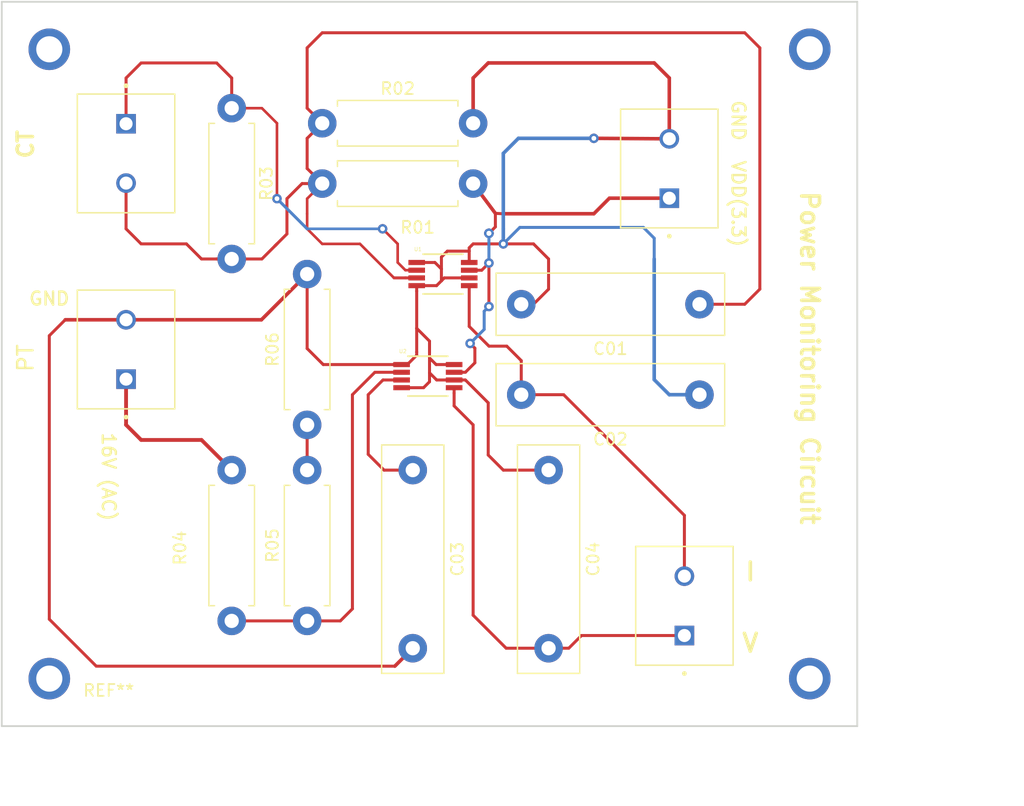
<source format=kicad_pcb>
(kicad_pcb (version 20171130) (host pcbnew "(5.0.1)-4")

  (general
    (thickness 1.6)
    (drawings 13)
    (tracks 189)
    (zones 0)
    (modules 20)
    (nets 11)
  )

  (page A4)
  (layers
    (0 F.Cu signal)
    (31 B.Cu signal)
    (32 B.Adhes user)
    (33 F.Adhes user)
    (34 B.Paste user)
    (35 F.Paste user)
    (36 B.SilkS user)
    (37 F.SilkS user)
    (38 B.Mask user)
    (39 F.Mask user)
    (40 Dwgs.User user)
    (41 Cmts.User user)
    (42 Eco1.User user)
    (43 Eco2.User user)
    (44 Edge.Cuts user)
    (45 Margin user)
    (46 B.CrtYd user)
    (47 F.CrtYd user)
    (48 B.Fab user)
    (49 F.Fab user)
  )

  (setup
    (last_trace_width 0.25)
    (trace_clearance 0.2)
    (zone_clearance 0.508)
    (zone_45_only no)
    (trace_min 0.2)
    (segment_width 0.2)
    (edge_width 0.15)
    (via_size 0.8)
    (via_drill 0.4)
    (via_min_size 0.3)
    (via_min_drill 0.3)
    (uvia_size 0.3)
    (uvia_drill 0.1)
    (uvias_allowed no)
    (uvia_min_size 0.2)
    (uvia_min_drill 0.1)
    (pcb_text_width 0.3)
    (pcb_text_size 1.5 1.5)
    (mod_edge_width 0.15)
    (mod_text_size 1 1)
    (mod_text_width 0.15)
    (pad_size 1.524 1.524)
    (pad_drill 0.762)
    (pad_to_mask_clearance 0.051)
    (solder_mask_min_width 0.25)
    (aux_axis_origin 0 0)
    (visible_elements 7FFFFFFF)
    (pcbplotparams
      (layerselection 0x010fc_ffffffff)
      (usegerberextensions false)
      (usegerberattributes false)
      (usegerberadvancedattributes false)
      (creategerberjobfile false)
      (excludeedgelayer true)
      (linewidth 0.100000)
      (plotframeref false)
      (viasonmask false)
      (mode 1)
      (useauxorigin false)
      (hpglpennumber 1)
      (hpglpenspeed 20)
      (hpglpendiameter 15.000000)
      (psnegative false)
      (psa4output false)
      (plotreference true)
      (plotvalue true)
      (plotinvisibletext false)
      (padsonsilk false)
      (subtractmaskfromsilk false)
      (outputformat 1)
      (mirror false)
      (drillshape 0)
      (scaleselection 1)
      (outputdirectory ""))
  )

  (net 0 "")
  (net 1 "Net-(C01-Pad2)")
  (net 2 "Net-(C01-Pad1)")
  (net 3 "Net-(C02-Pad2)")
  (net 4 "Net-(C03-Pad1)")
  (net 5 "Net-(C04-Pad2)")
  (net 6 "Net-(J1-Pad1)")
  (net 7 "Net-(J2-Pad1)")
  (net 8 "Net-(J3-Pad1)")
  (net 9 "Net-(R04-Pad2)")
  (net 10 "Net-(R05-Pad2)")

  (net_class Default "This is the default net class."
    (clearance 0.2)
    (trace_width 0.25)
    (via_dia 0.8)
    (via_drill 0.4)
    (uvia_dia 0.3)
    (uvia_drill 0.1)
    (add_net "Net-(C01-Pad1)")
    (add_net "Net-(C01-Pad2)")
    (add_net "Net-(C02-Pad2)")
    (add_net "Net-(C03-Pad1)")
    (add_net "Net-(C04-Pad2)")
    (add_net "Net-(J1-Pad1)")
    (add_net "Net-(J2-Pad1)")
    (add_net "Net-(J3-Pad1)")
    (add_net "Net-(R04-Pad2)")
    (add_net "Net-(R05-Pad2)")
  )

  (module LTC1966CMS8PBF:MSOP-8_MS (layer F.Cu) (tedit 5C7AD2D6) (tstamp 5C885400)
    (at 151.13 74.93)
    (path /5C6F3CA0)
    (attr smd)
    (fp_text reference U1 (at -2.1083 -2.0909) (layer F.SilkS)
      (effects (font (size 0.314961 0.314961) (thickness 0.05)))
    )
    (fp_text value LTC1966CMS8PBF (at -1.9083 2.0909) (layer F.SilkS) hide
      (effects (font (size 0.314961 0.314961) (thickness 0.05)))
    )
    (fp_line (start -1.5494 -0.7874) (end -1.5494 -1.1684) (layer Eco2.User) (width 0.1524))
    (fp_line (start -1.5494 -1.1684) (end -2.54 -1.1684) (layer Eco2.User) (width 0.1524))
    (fp_line (start -2.54 -1.1684) (end -2.54 -0.7874) (layer Eco2.User) (width 0.1524))
    (fp_line (start -2.54 -0.7874) (end -1.5494 -0.7874) (layer Eco2.User) (width 0.1524))
    (fp_line (start -1.5494 -0.127) (end -1.5494 -0.508) (layer Eco2.User) (width 0.1524))
    (fp_line (start -1.5494 -0.508) (end -2.54 -0.508) (layer Eco2.User) (width 0.1524))
    (fp_line (start -2.54 -0.508) (end -2.54 -0.127) (layer Eco2.User) (width 0.1524))
    (fp_line (start -2.54 -0.127) (end -1.5494 -0.127) (layer Eco2.User) (width 0.1524))
    (fp_line (start -1.5494 0.508) (end -1.5494 0.127) (layer Eco2.User) (width 0.1524))
    (fp_line (start -1.5494 0.127) (end -2.54 0.127) (layer Eco2.User) (width 0.1524))
    (fp_line (start -2.54 0.127) (end -2.54 0.508) (layer Eco2.User) (width 0.1524))
    (fp_line (start -2.54 0.508) (end -1.5494 0.508) (layer Eco2.User) (width 0.1524))
    (fp_line (start -1.5494 1.1684) (end -1.5494 0.7874) (layer Eco2.User) (width 0.1524))
    (fp_line (start -1.5494 0.7874) (end -2.54 0.7874) (layer Eco2.User) (width 0.1524))
    (fp_line (start -2.54 0.7874) (end -2.54 1.1684) (layer Eco2.User) (width 0.1524))
    (fp_line (start -2.54 1.1684) (end -1.5494 1.1684) (layer Eco2.User) (width 0.1524))
    (fp_line (start 1.5494 0.7874) (end 1.5494 1.1684) (layer Eco2.User) (width 0.1524))
    (fp_line (start 1.5494 1.1684) (end 2.54 1.1684) (layer Eco2.User) (width 0.1524))
    (fp_line (start 2.54 1.1684) (end 2.54 0.7874) (layer Eco2.User) (width 0.1524))
    (fp_line (start 2.54 0.7874) (end 1.5494 0.7874) (layer Eco2.User) (width 0.1524))
    (fp_line (start 1.5494 0.127) (end 1.5494 0.508) (layer Eco2.User) (width 0.1524))
    (fp_line (start 1.5494 0.508) (end 2.54 0.508) (layer Eco2.User) (width 0.1524))
    (fp_line (start 2.54 0.508) (end 2.54 0.127) (layer Eco2.User) (width 0.1524))
    (fp_line (start 2.54 0.127) (end 1.5494 0.127) (layer Eco2.User) (width 0.1524))
    (fp_line (start 1.5494 -0.508) (end 1.5494 -0.127) (layer Eco2.User) (width 0.1524))
    (fp_line (start 1.5494 -0.127) (end 2.54 -0.127) (layer Eco2.User) (width 0.1524))
    (fp_line (start 2.54 -0.127) (end 2.54 -0.508) (layer Eco2.User) (width 0.1524))
    (fp_line (start 2.54 -0.508) (end 1.5494 -0.508) (layer Eco2.User) (width 0.1524))
    (fp_line (start 1.5494 -1.1684) (end 1.5494 -0.7874) (layer Eco2.User) (width 0.1524))
    (fp_line (start 1.5494 -0.7874) (end 2.54 -0.7874) (layer Eco2.User) (width 0.1524))
    (fp_line (start 2.54 -0.7874) (end 2.54 -1.1684) (layer Eco2.User) (width 0.1524))
    (fp_line (start 2.54 -1.1684) (end 1.5494 -1.1684) (layer Eco2.User) (width 0.1524))
    (fp_line (start -1.5494 1.5494) (end 1.5494 1.5494) (layer Eco2.User) (width 0.1524))
    (fp_line (start 1.5494 1.5494) (end 1.5494 -1.5494) (layer Eco2.User) (width 0.1524))
    (fp_line (start 1.5494 -1.5494) (end 0.3048 -1.5494) (layer Eco2.User) (width 0.1524))
    (fp_line (start 0.3048 -1.5494) (end -0.3048 -1.5494) (layer Eco2.User) (width 0.1524))
    (fp_line (start -0.3048 -1.5494) (end -1.5494 -1.5494) (layer Eco2.User) (width 0.1524))
    (fp_line (start -1.5494 -1.5494) (end -1.5494 1.5494) (layer Eco2.User) (width 0.1524))
    (fp_arc (start 0 -1.5494) (end -0.3048 -1.5494) (angle -180) (layer Eco2.User) (width 0.1524))
    (fp_line (start -1.6764 1.6764) (end 1.6764 1.6764) (layer F.SilkS) (width 0.1524))
    (fp_line (start 1.6764 -1.6764) (end -1.6764 -1.6764) (layer F.SilkS) (width 0.1524))
    (pad 1 smd rect (at -2.2098 -0.975) (size 1.397 0.4318) (layers F.Cu F.Paste F.Mask)
      (net 1 "Net-(C01-Pad2)"))
    (pad 2 smd rect (at -2.2098 -0.325) (size 1.397 0.4318) (layers F.Cu F.Paste F.Mask)
      (net 6 "Net-(J1-Pad1)"))
    (pad 3 smd rect (at -2.2098 0.325) (size 1.397 0.4318) (layers F.Cu F.Paste F.Mask)
      (net 2 "Net-(C01-Pad1)"))
    (pad 4 smd rect (at -2.2098 0.975) (size 1.397 0.4318) (layers F.Cu F.Paste F.Mask)
      (net 1 "Net-(C01-Pad2)"))
    (pad 5 smd rect (at 2.2098 0.975) (size 1.397 0.4318) (layers F.Cu F.Paste F.Mask)
      (net 3 "Net-(C02-Pad2)"))
    (pad 6 smd rect (at 2.2098 0.325) (size 1.397 0.4318) (layers F.Cu F.Paste F.Mask)
      (net 1 "Net-(C01-Pad2)"))
    (pad 7 smd rect (at 2.2098 -0.325) (size 1.397 0.4318) (layers F.Cu F.Paste F.Mask)
      (net 8 "Net-(J3-Pad1)"))
    (pad 8 smd rect (at 2.2098 -0.975) (size 1.397 0.4318) (layers F.Cu F.Paste F.Mask)
      (net 1 "Net-(C01-Pad2)"))
  )

  (module Capacitor_THT:C_Rect_L19.0mm_W5.0mm_P15.00mm_MKS4 (layer F.Cu) (tedit 5AE50EF0) (tstamp 5C8852CB)
    (at 172.72 85.09 180)
    (descr "C, Rect series, Radial, pin pitch=15.00mm, , length*width=19*5mm^2, Capacitor, http://www.wima.com/EN/WIMA_MKS_4.pdf")
    (tags "C Rect series Radial pin pitch 15.00mm  length 19mm width 5mm Capacitor")
    (path /5C6FA5FA)
    (fp_text reference C02 (at 7.5 -3.75 180) (layer F.SilkS)
      (effects (font (size 1 1) (thickness 0.15)))
    )
    (fp_text value 1uF (at 1.72 -3.91 180) (layer F.Fab)
      (effects (font (size 1 1) (thickness 0.15)))
    )
    (fp_line (start -2 -2.5) (end -2 2.5) (layer F.Fab) (width 0.1))
    (fp_line (start -2 2.5) (end 17 2.5) (layer F.Fab) (width 0.1))
    (fp_line (start 17 2.5) (end 17 -2.5) (layer F.Fab) (width 0.1))
    (fp_line (start 17 -2.5) (end -2 -2.5) (layer F.Fab) (width 0.1))
    (fp_line (start -2.12 -2.62) (end 17.12 -2.62) (layer F.SilkS) (width 0.12))
    (fp_line (start -2.12 2.62) (end 17.12 2.62) (layer F.SilkS) (width 0.12))
    (fp_line (start -2.12 -2.62) (end -2.12 2.62) (layer F.SilkS) (width 0.12))
    (fp_line (start 17.12 -2.62) (end 17.12 2.62) (layer F.SilkS) (width 0.12))
    (fp_line (start -2.25 -2.75) (end -2.25 2.75) (layer F.CrtYd) (width 0.05))
    (fp_line (start -2.25 2.75) (end 17.25 2.75) (layer F.CrtYd) (width 0.05))
    (fp_line (start 17.25 2.75) (end 17.25 -2.75) (layer F.CrtYd) (width 0.05))
    (fp_line (start 17.25 -2.75) (end -2.25 -2.75) (layer F.CrtYd) (width 0.05))
    (fp_text user %R (at 6.35 0 180) (layer F.Fab)
      (effects (font (size 1 1) (thickness 0.15)))
    )
    (pad 1 thru_hole circle (at 0 0 180) (size 2.4 2.4) (drill 1.2) (layers *.Cu *.Mask)
      (net 1 "Net-(C01-Pad2)"))
    (pad 2 thru_hole circle (at 15 0 180) (size 2.4 2.4) (drill 1.2) (layers *.Cu *.Mask)
      (net 3 "Net-(C02-Pad2)"))
    (model ${KISYS3DMOD}/Capacitor_THT.3dshapes/C_Rect_L19.0mm_W5.0mm_P15.00mm_MKS4.wrl
      (at (xyz 0 0 0))
      (scale (xyz 1 1 1))
      (rotate (xyz 0 0 0))
    )
  )

  (module Capacitor_THT:C_Rect_L19.0mm_W5.0mm_P15.00mm_MKS4 (layer F.Cu) (tedit 5AE50EF0) (tstamp 5C8852B8)
    (at 172.72 77.47 180)
    (descr "C, Rect series, Radial, pin pitch=15.00mm, , length*width=19*5mm^2, Capacitor, http://www.wima.com/EN/WIMA_MKS_4.pdf")
    (tags "C Rect series Radial pin pitch 15.00mm  length 19mm width 5mm Capacitor")
    (path /5C6FE588)
    (fp_text reference C01 (at 7.5 -3.75 180) (layer F.SilkS)
      (effects (font (size 1 1) (thickness 0.15)))
    )
    (fp_text value 0.1uF (at 7.5 3.75 180) (layer F.Fab)
      (effects (font (size 1 1) (thickness 0.15)))
    )
    (fp_text user %R (at 7.5 0 90) (layer F.Fab)
      (effects (font (size 1 1) (thickness 0.15)))
    )
    (fp_line (start 17.25 -2.75) (end -2.25 -2.75) (layer F.CrtYd) (width 0.05))
    (fp_line (start 17.25 2.75) (end 17.25 -2.75) (layer F.CrtYd) (width 0.05))
    (fp_line (start -2.25 2.75) (end 17.25 2.75) (layer F.CrtYd) (width 0.05))
    (fp_line (start -2.25 -2.75) (end -2.25 2.75) (layer F.CrtYd) (width 0.05))
    (fp_line (start 17.12 -2.62) (end 17.12 2.62) (layer F.SilkS) (width 0.12))
    (fp_line (start -2.12 -2.62) (end -2.12 2.62) (layer F.SilkS) (width 0.12))
    (fp_line (start -2.12 2.62) (end 17.12 2.62) (layer F.SilkS) (width 0.12))
    (fp_line (start -2.12 -2.62) (end 17.12 -2.62) (layer F.SilkS) (width 0.12))
    (fp_line (start 17 -2.5) (end -2 -2.5) (layer F.Fab) (width 0.1))
    (fp_line (start 17 2.5) (end 17 -2.5) (layer F.Fab) (width 0.1))
    (fp_line (start -2 2.5) (end 17 2.5) (layer F.Fab) (width 0.1))
    (fp_line (start -2 -2.5) (end -2 2.5) (layer F.Fab) (width 0.1))
    (pad 2 thru_hole circle (at 15 0 180) (size 2.4 2.4) (drill 1.2) (layers *.Cu *.Mask)
      (net 1 "Net-(C01-Pad2)"))
    (pad 1 thru_hole circle (at 0 0 180) (size 2.4 2.4) (drill 1.2) (layers *.Cu *.Mask)
      (net 2 "Net-(C01-Pad1)"))
    (model ${KISYS3DMOD}/Capacitor_THT.3dshapes/C_Rect_L19.0mm_W5.0mm_P15.00mm_MKS4.wrl
      (at (xyz 0 0 0))
      (scale (xyz 1 1 1))
      (rotate (xyz 0 0 0))
    )
  )

  (module Capacitor_THT:C_Rect_L19.0mm_W5.0mm_P15.00mm_MKS4 (layer F.Cu) (tedit 5C7AD721) (tstamp 5C8852DE)
    (at 148.59 91.44 270)
    (descr "C, Rect series, Radial, pin pitch=15.00mm, , length*width=19*5mm^2, Capacitor, http://www.wima.com/EN/WIMA_MKS_4.pdf")
    (tags "C Rect series Radial pin pitch 15.00mm  length 19mm width 5mm Capacitor")
    (path /5C713C26)
    (fp_text reference C03 (at 7.5 -3.75 270) (layer F.SilkS)
      (effects (font (size 1 1) (thickness 0.15)))
    )
    (fp_text value 0.1uF (at 7.5 3.75 270) (layer F.Fab)
      (effects (font (size 1 1) (thickness 0.15)))
    )
    (fp_line (start -2 -2.5) (end -2 2.5) (layer F.Fab) (width 0.1))
    (fp_line (start -2 2.5) (end 17 2.5) (layer F.Fab) (width 0.1))
    (fp_line (start 17 2.5) (end 17 -2.5) (layer F.Fab) (width 0.1))
    (fp_line (start 17 -2.5) (end -2 -2.5) (layer F.Fab) (width 0.1))
    (fp_line (start -2.12 -2.62) (end 17.12 -2.62) (layer F.SilkS) (width 0.12))
    (fp_line (start -2.12 2.62) (end 17.12 2.62) (layer F.SilkS) (width 0.12))
    (fp_line (start -2.12 -2.62) (end -2.12 2.62) (layer F.SilkS) (width 0.12))
    (fp_line (start 17.12 -2.62) (end 17.12 2.62) (layer F.SilkS) (width 0.12))
    (fp_line (start -2.25 -2.75) (end -2.25 2.75) (layer F.CrtYd) (width 0.05))
    (fp_line (start -2.25 2.75) (end 17.25 2.75) (layer F.CrtYd) (width 0.05))
    (fp_line (start 17.25 2.75) (end 17.25 -2.75) (layer F.CrtYd) (width 0.05))
    (fp_line (start 17.25 -2.75) (end -2.25 -2.75) (layer F.CrtYd) (width 0.05))
    (fp_text user %R (at 5.08 0 270) (layer F.Fab) hide
      (effects (font (size 1 1) (thickness 0.15)))
    )
    (pad 1 thru_hole circle (at 0 0 270) (size 2.4 2.4) (drill 1.2) (layers *.Cu *.Mask)
      (net 4 "Net-(C03-Pad1)"))
    (pad 2 thru_hole circle (at 15 0 270) (size 2.4 2.4) (drill 1.2) (layers *.Cu *.Mask)
      (net 1 "Net-(C01-Pad2)"))
    (model ${KISYS3DMOD}/Capacitor_THT.3dshapes/C_Rect_L19.0mm_W5.0mm_P15.00mm_MKS4.wrl
      (at (xyz 0 0 0))
      (scale (xyz 1 1 1))
      (rotate (xyz 0 0 0))
    )
  )

  (module Capacitor_THT:C_Rect_L19.0mm_W5.0mm_P15.00mm_MKS4 (layer F.Cu) (tedit 5C7AD71C) (tstamp 5C8852F1)
    (at 160.02 91.44 270)
    (descr "C, Rect series, Radial, pin pitch=15.00mm, , length*width=19*5mm^2, Capacitor, http://www.wima.com/EN/WIMA_MKS_4.pdf")
    (tags "C Rect series Radial pin pitch 15.00mm  length 19mm width 5mm Capacitor")
    (path /5C72D03D)
    (fp_text reference C04 (at 7.5 -3.75 270) (layer F.SilkS)
      (effects (font (size 1 1) (thickness 0.15)))
    )
    (fp_text value 1uF (at 7.5 3.75 270) (layer F.Fab)
      (effects (font (size 1 1) (thickness 0.15)))
    )
    (fp_text user %R (at 6.35 0 270) (layer F.Fab) hide
      (effects (font (size 1 1) (thickness 0.15)))
    )
    (fp_line (start 17.25 -2.75) (end -2.25 -2.75) (layer F.CrtYd) (width 0.05))
    (fp_line (start 17.25 2.75) (end 17.25 -2.75) (layer F.CrtYd) (width 0.05))
    (fp_line (start -2.25 2.75) (end 17.25 2.75) (layer F.CrtYd) (width 0.05))
    (fp_line (start -2.25 -2.75) (end -2.25 2.75) (layer F.CrtYd) (width 0.05))
    (fp_line (start 17.12 -2.62) (end 17.12 2.62) (layer F.SilkS) (width 0.12))
    (fp_line (start -2.12 -2.62) (end -2.12 2.62) (layer F.SilkS) (width 0.12))
    (fp_line (start -2.12 2.62) (end 17.12 2.62) (layer F.SilkS) (width 0.12))
    (fp_line (start -2.12 -2.62) (end 17.12 -2.62) (layer F.SilkS) (width 0.12))
    (fp_line (start 17 -2.5) (end -2 -2.5) (layer F.Fab) (width 0.1))
    (fp_line (start 17 2.5) (end 17 -2.5) (layer F.Fab) (width 0.1))
    (fp_line (start -2 2.5) (end 17 2.5) (layer F.Fab) (width 0.1))
    (fp_line (start -2 -2.5) (end -2 2.5) (layer F.Fab) (width 0.1))
    (pad 2 thru_hole circle (at 15 0 270) (size 2.4 2.4) (drill 1.2) (layers *.Cu *.Mask)
      (net 5 "Net-(C04-Pad2)"))
    (pad 1 thru_hole circle (at 0 0 270) (size 2.4 2.4) (drill 1.2) (layers *.Cu *.Mask)
      (net 1 "Net-(C01-Pad2)"))
    (model ${KISYS3DMOD}/Capacitor_THT.3dshapes/C_Rect_L19.0mm_W5.0mm_P15.00mm_MKS4.wrl
      (at (xyz 0 0 0))
      (scale (xyz 1 1 1))
      (rotate (xyz 0 0 0))
    )
  )

  (module 282836-2:CONN_282836-2 (layer F.Cu) (tedit 5C7B0828) (tstamp 5C885305)
    (at 124.46 64.77 270)
    (path /5C6F5687)
    (fp_text reference CT (at -0.77 8.46 270) (layer F.SilkS)
      (effects (font (size 1.3 1.3) (thickness 0.3)))
    )
    (fp_text value 282836-2 (at -2.77 -5.54 270) (layer F.SilkS) hide
      (effects (font (size 1.00019 1.00019) (thickness 0.05)))
    )
    (fp_circle (center -2.5 0) (end -2.4 0) (layer Eco2.User) (width 0.2))
    (fp_circle (center -5.7 0) (end -5.6 0) (layer F.SilkS) (width 0.2))
    (fp_line (start -5.25 4.35) (end -5.25 -4.35) (layer Eco1.User) (width 0.05))
    (fp_line (start 5.25 4.35) (end -5.25 4.35) (layer Eco1.User) (width 0.05))
    (fp_line (start 5.25 -4.35) (end 5.25 4.35) (layer Eco1.User) (width 0.05))
    (fp_line (start -5.25 -4.35) (end 5.25 -4.35) (layer Eco1.User) (width 0.05))
    (fp_line (start 5 -4.1) (end -5 -4.1) (layer Eco2.User) (width 0.127))
    (fp_line (start 5 4.1) (end 5 -4.1) (layer Eco2.User) (width 0.127))
    (fp_line (start -5 4.1) (end 5 4.1) (layer Eco2.User) (width 0.127))
    (fp_line (start -5 -4.1) (end -5 4.1) (layer Eco2.User) (width 0.127))
    (fp_line (start 5 -4.1) (end -5 -4.1) (layer F.SilkS) (width 0.127))
    (fp_line (start 5 4.1) (end 5 -4.1) (layer F.SilkS) (width 0.127))
    (fp_line (start -5 4.1) (end 5 4.1) (layer F.SilkS) (width 0.127))
    (fp_line (start -5 -4.1) (end -5 4.1) (layer F.SilkS) (width 0.127))
    (pad 2 thru_hole circle (at 2.5 0 270) (size 1.65 1.65) (drill 1.1) (layers *.Cu *.Mask)
      (net 2 "Net-(C01-Pad1)"))
    (pad 1 thru_hole rect (at -2.5 0 270) (size 1.65 1.65) (drill 1.1) (layers *.Cu *.Mask)
      (net 6 "Net-(J1-Pad1)"))
  )

  (module 282836-2:CONN_282836-2 (layer F.Cu) (tedit 5C7B080B) (tstamp 5C885319)
    (at 124.46 81.28 90)
    (path /5C6F5750)
    (fp_text reference PT (at -0.72 -8.46 90) (layer F.SilkS)
      (effects (font (size 1.3 1.3) (thickness 0.2)))
    )
    (fp_text value 282836-2 (at -2.07539 5.36601 90) (layer F.SilkS) hide
      (effects (font (size 1.00019 1.00019) (thickness 0.05)))
    )
    (fp_line (start -5 -4.1) (end -5 4.1) (layer F.SilkS) (width 0.127))
    (fp_line (start -5 4.1) (end 5 4.1) (layer F.SilkS) (width 0.127))
    (fp_line (start 5 4.1) (end 5 -4.1) (layer F.SilkS) (width 0.127))
    (fp_line (start 5 -4.1) (end -5 -4.1) (layer F.SilkS) (width 0.127))
    (fp_line (start -5 -4.1) (end -5 4.1) (layer Eco2.User) (width 0.127))
    (fp_line (start -5 4.1) (end 5 4.1) (layer Eco2.User) (width 0.127))
    (fp_line (start 5 4.1) (end 5 -4.1) (layer Eco2.User) (width 0.127))
    (fp_line (start 5 -4.1) (end -5 -4.1) (layer Eco2.User) (width 0.127))
    (fp_line (start -5.25 -4.35) (end 5.25 -4.35) (layer Eco1.User) (width 0.05))
    (fp_line (start 5.25 -4.35) (end 5.25 4.35) (layer Eco1.User) (width 0.05))
    (fp_line (start 5.25 4.35) (end -5.25 4.35) (layer Eco1.User) (width 0.05))
    (fp_line (start -5.25 4.35) (end -5.25 -4.35) (layer Eco1.User) (width 0.05))
    (fp_circle (center -5.7 0) (end -5.6 0) (layer F.SilkS) (width 0.2))
    (fp_circle (center -2.5 0) (end -2.4 0) (layer Eco2.User) (width 0.2))
    (pad 1 thru_hole rect (at -2.5 0 90) (size 1.65 1.65) (drill 1.1) (layers *.Cu *.Mask)
      (net 7 "Net-(J2-Pad1)"))
    (pad 2 thru_hole circle (at 2.5 0 90) (size 1.65 1.65) (drill 1.1) (layers *.Cu *.Mask)
      (net 1 "Net-(C01-Pad2)"))
  )

  (module 282836-2:CONN_282836-2 (layer F.Cu) (tedit 5C7AD415) (tstamp 5C88532D)
    (at 170.18 66.04 90)
    (path /5C6F54C0)
    (fp_text reference J3 (at -1.96 -6.18 90) (layer F.SilkS) hide
      (effects (font (size 1.00005 1.00005) (thickness 0.05)))
    )
    (fp_text value 282836-2 (at 0.04 -7.18) (layer F.SilkS) hide
      (effects (font (size 1.00019 1.00019) (thickness 0.05)))
    )
    (fp_line (start -5 -4.1) (end -5 4.1) (layer F.SilkS) (width 0.127))
    (fp_line (start -5 4.1) (end 5 4.1) (layer F.SilkS) (width 0.127))
    (fp_line (start 5 4.1) (end 5 -4.1) (layer F.SilkS) (width 0.127))
    (fp_line (start 5 -4.1) (end -5 -4.1) (layer F.SilkS) (width 0.127))
    (fp_line (start -5 -4.1) (end -5 4.1) (layer Eco2.User) (width 0.127))
    (fp_line (start -5 4.1) (end 5 4.1) (layer Eco2.User) (width 0.127))
    (fp_line (start 5 4.1) (end 5 -4.1) (layer Eco2.User) (width 0.127))
    (fp_line (start 5 -4.1) (end -5 -4.1) (layer Eco2.User) (width 0.127))
    (fp_line (start -5.25 -4.35) (end 5.25 -4.35) (layer Eco1.User) (width 0.05))
    (fp_line (start 5.25 -4.35) (end 5.25 4.35) (layer Eco1.User) (width 0.05))
    (fp_line (start 5.25 4.35) (end -5.25 4.35) (layer Eco1.User) (width 0.05))
    (fp_line (start -5.25 4.35) (end -5.25 -4.35) (layer Eco1.User) (width 0.05))
    (fp_circle (center -5.7 0) (end -5.6 0) (layer F.SilkS) (width 0.2))
    (fp_circle (center -2.5 0) (end -2.4 0) (layer Eco2.User) (width 0.2))
    (pad 1 thru_hole rect (at -2.5 0 90) (size 1.65 1.65) (drill 1.1) (layers *.Cu *.Mask)
      (net 8 "Net-(J3-Pad1)"))
    (pad 2 thru_hole circle (at 2.5 0 90) (size 1.65 1.65) (drill 1.1) (layers *.Cu *.Mask)
      (net 1 "Net-(C01-Pad2)"))
  )

  (module 282836-2:CONN_282836-2 (layer F.Cu) (tedit 5C7B08B4) (tstamp 5C885341)
    (at 171.45 102.87 90)
    (path /5C6F55A4)
    (fp_text reference J4 (at -0.13 -5.45 90) (layer F.SilkS) hide
      (effects (font (size 1.00005 1.00005) (thickness 0.05)))
    )
    (fp_text value 282836-2 (at -7.13 -0.45) (layer F.SilkS) hide
      (effects (font (size 1.00019 1.00019) (thickness 0.05)))
    )
    (fp_circle (center -2.5 0) (end -2.4 0) (layer Eco2.User) (width 0.2))
    (fp_circle (center -5.7 0) (end -5.6 0) (layer F.SilkS) (width 0.2))
    (fp_line (start -5.25 4.35) (end -5.25 -4.35) (layer Eco1.User) (width 0.05))
    (fp_line (start 5.25 4.35) (end -5.25 4.35) (layer Eco1.User) (width 0.05))
    (fp_line (start 5.25 -4.35) (end 5.25 4.35) (layer Eco1.User) (width 0.05))
    (fp_line (start -5.25 -4.35) (end 5.25 -4.35) (layer Eco1.User) (width 0.05))
    (fp_line (start 5 -4.1) (end -5 -4.1) (layer Eco2.User) (width 0.127))
    (fp_line (start 5 4.1) (end 5 -4.1) (layer Eco2.User) (width 0.127))
    (fp_line (start -5 4.1) (end 5 4.1) (layer Eco2.User) (width 0.127))
    (fp_line (start -5 -4.1) (end -5 4.1) (layer Eco2.User) (width 0.127))
    (fp_line (start 5 -4.1) (end -5 -4.1) (layer F.SilkS) (width 0.127))
    (fp_line (start 5 4.1) (end 5 -4.1) (layer F.SilkS) (width 0.127))
    (fp_line (start -5 4.1) (end 5 4.1) (layer F.SilkS) (width 0.127))
    (fp_line (start -5 -4.1) (end -5 4.1) (layer F.SilkS) (width 0.127))
    (pad 2 thru_hole circle (at 2.5 0 90) (size 1.65 1.65) (drill 1.1) (layers *.Cu *.Mask)
      (net 3 "Net-(C02-Pad2)"))
    (pad 1 thru_hole rect (at -2.5 0 90) (size 1.65 1.65) (drill 1.1) (layers *.Cu *.Mask)
      (net 5 "Net-(C04-Pad2)"))
  )

  (module Resistor_THT:R_Axial_DIN0411_L9.9mm_D3.6mm_P12.70mm_Horizontal (layer F.Cu) (tedit 5C7AD625) (tstamp 5C885358)
    (at 153.67 67.31 180)
    (descr "Resistor, Axial_DIN0411 series, Axial, Horizontal, pin pitch=12.7mm, 1W, length*diameter=9.9*3.6mm^2")
    (tags "Resistor Axial_DIN0411 series Axial Horizontal pin pitch 12.7mm 1W length 9.9mm diameter 3.6mm")
    (path /5C6FBBDA)
    (fp_text reference R01 (at 4.67 -3.69 180) (layer F.SilkS)
      (effects (font (size 1 1) (thickness 0.15)))
    )
    (fp_text value 100k (at 7.67 10.31 180) (layer F.Fab)
      (effects (font (size 1 1) (thickness 0.15)))
    )
    (fp_text user %R (at 8.89 0 180) (layer F.Fab) hide
      (effects (font (size 1 1) (thickness 0.15)))
    )
    (fp_line (start 14.15 -2.05) (end -1.45 -2.05) (layer F.CrtYd) (width 0.05))
    (fp_line (start 14.15 2.05) (end 14.15 -2.05) (layer F.CrtYd) (width 0.05))
    (fp_line (start -1.45 2.05) (end 14.15 2.05) (layer F.CrtYd) (width 0.05))
    (fp_line (start -1.45 -2.05) (end -1.45 2.05) (layer F.CrtYd) (width 0.05))
    (fp_line (start 11.42 1.92) (end 11.42 1.44) (layer F.SilkS) (width 0.12))
    (fp_line (start 1.28 1.92) (end 11.42 1.92) (layer F.SilkS) (width 0.12))
    (fp_line (start 1.28 1.44) (end 1.28 1.92) (layer F.SilkS) (width 0.12))
    (fp_line (start 11.42 -1.92) (end 11.42 -1.44) (layer F.SilkS) (width 0.12))
    (fp_line (start 1.28 -1.92) (end 11.42 -1.92) (layer F.SilkS) (width 0.12))
    (fp_line (start 1.28 -1.44) (end 1.28 -1.92) (layer F.SilkS) (width 0.12))
    (fp_line (start 12.7 0) (end 11.3 0) (layer F.Fab) (width 0.1))
    (fp_line (start 0 0) (end 1.4 0) (layer F.Fab) (width 0.1))
    (fp_line (start 11.3 -1.8) (end 1.4 -1.8) (layer F.Fab) (width 0.1))
    (fp_line (start 11.3 1.8) (end 11.3 -1.8) (layer F.Fab) (width 0.1))
    (fp_line (start 1.4 1.8) (end 11.3 1.8) (layer F.Fab) (width 0.1))
    (fp_line (start 1.4 -1.8) (end 1.4 1.8) (layer F.Fab) (width 0.1))
    (pad 2 thru_hole oval (at 12.7 0 180) (size 2.4 2.4) (drill 1.2) (layers *.Cu *.Mask)
      (net 2 "Net-(C01-Pad1)"))
    (pad 1 thru_hole circle (at 0 0 180) (size 2.4 2.4) (drill 1.2) (layers *.Cu *.Mask)
      (net 8 "Net-(J3-Pad1)"))
    (model ${KISYS3DMOD}/Resistor_THT.3dshapes/R_Axial_DIN0411_L9.9mm_D3.6mm_P12.70mm_Horizontal.wrl
      (at (xyz 0 0 0))
      (scale (xyz 1 1 1))
      (rotate (xyz 0 0 0))
    )
  )

  (module Resistor_THT:R_Axial_DIN0411_L9.9mm_D3.6mm_P12.70mm_Horizontal (layer F.Cu) (tedit 5AE5139B) (tstamp 5C88536F)
    (at 140.97 62.23)
    (descr "Resistor, Axial_DIN0411 series, Axial, Horizontal, pin pitch=12.7mm, 1W, length*diameter=9.9*3.6mm^2")
    (tags "Resistor Axial_DIN0411 series Axial Horizontal pin pitch 12.7mm 1W length 9.9mm diameter 3.6mm")
    (path /5C6FCCC7)
    (fp_text reference R02 (at 6.35 -2.92) (layer F.SilkS)
      (effects (font (size 1 1) (thickness 0.15)))
    )
    (fp_text value 100k (at 8.03 4.77) (layer F.Fab)
      (effects (font (size 1 1) (thickness 0.15)))
    )
    (fp_line (start 1.4 -1.8) (end 1.4 1.8) (layer F.Fab) (width 0.1))
    (fp_line (start 1.4 1.8) (end 11.3 1.8) (layer F.Fab) (width 0.1))
    (fp_line (start 11.3 1.8) (end 11.3 -1.8) (layer F.Fab) (width 0.1))
    (fp_line (start 11.3 -1.8) (end 1.4 -1.8) (layer F.Fab) (width 0.1))
    (fp_line (start 0 0) (end 1.4 0) (layer F.Fab) (width 0.1))
    (fp_line (start 12.7 0) (end 11.3 0) (layer F.Fab) (width 0.1))
    (fp_line (start 1.28 -1.44) (end 1.28 -1.92) (layer F.SilkS) (width 0.12))
    (fp_line (start 1.28 -1.92) (end 11.42 -1.92) (layer F.SilkS) (width 0.12))
    (fp_line (start 11.42 -1.92) (end 11.42 -1.44) (layer F.SilkS) (width 0.12))
    (fp_line (start 1.28 1.44) (end 1.28 1.92) (layer F.SilkS) (width 0.12))
    (fp_line (start 1.28 1.92) (end 11.42 1.92) (layer F.SilkS) (width 0.12))
    (fp_line (start 11.42 1.92) (end 11.42 1.44) (layer F.SilkS) (width 0.12))
    (fp_line (start -1.45 -2.05) (end -1.45 2.05) (layer F.CrtYd) (width 0.05))
    (fp_line (start -1.45 2.05) (end 14.15 2.05) (layer F.CrtYd) (width 0.05))
    (fp_line (start 14.15 2.05) (end 14.15 -2.05) (layer F.CrtYd) (width 0.05))
    (fp_line (start 14.15 -2.05) (end -1.45 -2.05) (layer F.CrtYd) (width 0.05))
    (fp_text user %R (at 6.35 0) (layer F.Fab)
      (effects (font (size 1 1) (thickness 0.15)))
    )
    (pad 1 thru_hole circle (at 0 0) (size 2.4 2.4) (drill 1.2) (layers *.Cu *.Mask)
      (net 2 "Net-(C01-Pad1)"))
    (pad 2 thru_hole oval (at 12.7 0) (size 2.4 2.4) (drill 1.2) (layers *.Cu *.Mask)
      (net 1 "Net-(C01-Pad2)"))
    (model ${KISYS3DMOD}/Resistor_THT.3dshapes/R_Axial_DIN0411_L9.9mm_D3.6mm_P12.70mm_Horizontal.wrl
      (at (xyz 0 0 0))
      (scale (xyz 1 1 1))
      (rotate (xyz 0 0 0))
    )
  )

  (module Resistor_THT:R_Axial_DIN0411_L9.9mm_D3.6mm_P12.70mm_Horizontal (layer F.Cu) (tedit 5AE5139B) (tstamp 5C885386)
    (at 133.35 60.96 270)
    (descr "Resistor, Axial_DIN0411 series, Axial, Horizontal, pin pitch=12.7mm, 1W, length*diameter=9.9*3.6mm^2")
    (tags "Resistor Axial_DIN0411 series Axial Horizontal pin pitch 12.7mm 1W length 9.9mm diameter 3.6mm")
    (path /5C6F4435)
    (fp_text reference R03 (at 6.35 -2.92 270) (layer F.SilkS)
      (effects (font (size 1 1) (thickness 0.15)))
    )
    (fp_text value 4 (at 6.35 2.92 270) (layer F.Fab)
      (effects (font (size 1 1) (thickness 0.15)))
    )
    (fp_line (start 1.4 -1.8) (end 1.4 1.8) (layer F.Fab) (width 0.1))
    (fp_line (start 1.4 1.8) (end 11.3 1.8) (layer F.Fab) (width 0.1))
    (fp_line (start 11.3 1.8) (end 11.3 -1.8) (layer F.Fab) (width 0.1))
    (fp_line (start 11.3 -1.8) (end 1.4 -1.8) (layer F.Fab) (width 0.1))
    (fp_line (start 0 0) (end 1.4 0) (layer F.Fab) (width 0.1))
    (fp_line (start 12.7 0) (end 11.3 0) (layer F.Fab) (width 0.1))
    (fp_line (start 1.28 -1.44) (end 1.28 -1.92) (layer F.SilkS) (width 0.12))
    (fp_line (start 1.28 -1.92) (end 11.42 -1.92) (layer F.SilkS) (width 0.12))
    (fp_line (start 11.42 -1.92) (end 11.42 -1.44) (layer F.SilkS) (width 0.12))
    (fp_line (start 1.28 1.44) (end 1.28 1.92) (layer F.SilkS) (width 0.12))
    (fp_line (start 1.28 1.92) (end 11.42 1.92) (layer F.SilkS) (width 0.12))
    (fp_line (start 11.42 1.92) (end 11.42 1.44) (layer F.SilkS) (width 0.12))
    (fp_line (start -1.45 -2.05) (end -1.45 2.05) (layer F.CrtYd) (width 0.05))
    (fp_line (start -1.45 2.05) (end 14.15 2.05) (layer F.CrtYd) (width 0.05))
    (fp_line (start 14.15 2.05) (end 14.15 -2.05) (layer F.CrtYd) (width 0.05))
    (fp_line (start 14.15 -2.05) (end -1.45 -2.05) (layer F.CrtYd) (width 0.05))
    (fp_text user %R (at 3.81 0 180) (layer F.Fab)
      (effects (font (size 1 1) (thickness 0.15)))
    )
    (pad 1 thru_hole circle (at 0 0 270) (size 2.4 2.4) (drill 1.2) (layers *.Cu *.Mask)
      (net 6 "Net-(J1-Pad1)"))
    (pad 2 thru_hole oval (at 12.7 0 270) (size 2.4 2.4) (drill 1.2) (layers *.Cu *.Mask)
      (net 2 "Net-(C01-Pad1)"))
    (model ${KISYS3DMOD}/Resistor_THT.3dshapes/R_Axial_DIN0411_L9.9mm_D3.6mm_P12.70mm_Horizontal.wrl
      (at (xyz 0 0 0))
      (scale (xyz 1 1 1))
      (rotate (xyz 0 0 0))
    )
  )

  (module Resistor_THT:R_Axial_DIN0411_L9.9mm_D3.6mm_P12.70mm_Horizontal (layer F.Cu) (tedit 5C7AD726) (tstamp 5C88539D)
    (at 133.35 91.44 270)
    (descr "Resistor, Axial_DIN0411 series, Axial, Horizontal, pin pitch=12.7mm, 1W, length*diameter=9.9*3.6mm^2")
    (tags "Resistor Axial_DIN0411 series Axial Horizontal pin pitch 12.7mm 1W length 9.9mm diameter 3.6mm")
    (path /5C70B7CD)
    (fp_text reference R04 (at 6.56 4.35 270) (layer F.SilkS)
      (effects (font (size 1 1) (thickness 0.15)))
    )
    (fp_text value 10k (at 6.35 2.92 270) (layer F.Fab)
      (effects (font (size 1 1) (thickness 0.15)))
    )
    (fp_text user %R (at 6.35 0 90) (layer F.Fab) hide
      (effects (font (size 1 1) (thickness 0.15)))
    )
    (fp_line (start 14.15 -2.05) (end -1.45 -2.05) (layer F.CrtYd) (width 0.05))
    (fp_line (start 14.15 2.05) (end 14.15 -2.05) (layer F.CrtYd) (width 0.05))
    (fp_line (start -1.45 2.05) (end 14.15 2.05) (layer F.CrtYd) (width 0.05))
    (fp_line (start -1.45 -2.05) (end -1.45 2.05) (layer F.CrtYd) (width 0.05))
    (fp_line (start 11.42 1.92) (end 11.42 1.44) (layer F.SilkS) (width 0.12))
    (fp_line (start 1.28 1.92) (end 11.42 1.92) (layer F.SilkS) (width 0.12))
    (fp_line (start 1.28 1.44) (end 1.28 1.92) (layer F.SilkS) (width 0.12))
    (fp_line (start 11.42 -1.92) (end 11.42 -1.44) (layer F.SilkS) (width 0.12))
    (fp_line (start 1.28 -1.92) (end 11.42 -1.92) (layer F.SilkS) (width 0.12))
    (fp_line (start 1.28 -1.44) (end 1.28 -1.92) (layer F.SilkS) (width 0.12))
    (fp_line (start 12.7 0) (end 11.3 0) (layer F.Fab) (width 0.1))
    (fp_line (start 0 0) (end 1.4 0) (layer F.Fab) (width 0.1))
    (fp_line (start 11.3 -1.8) (end 1.4 -1.8) (layer F.Fab) (width 0.1))
    (fp_line (start 11.3 1.8) (end 11.3 -1.8) (layer F.Fab) (width 0.1))
    (fp_line (start 1.4 1.8) (end 11.3 1.8) (layer F.Fab) (width 0.1))
    (fp_line (start 1.4 -1.8) (end 1.4 1.8) (layer F.Fab) (width 0.1))
    (pad 2 thru_hole oval (at 12.7 0 270) (size 2.4 2.4) (drill 1.2) (layers *.Cu *.Mask)
      (net 9 "Net-(R04-Pad2)"))
    (pad 1 thru_hole circle (at 0 0 270) (size 2.4 2.4) (drill 1.2) (layers *.Cu *.Mask)
      (net 7 "Net-(J2-Pad1)"))
    (model ${KISYS3DMOD}/Resistor_THT.3dshapes/R_Axial_DIN0411_L9.9mm_D3.6mm_P12.70mm_Horizontal.wrl
      (at (xyz 0 0 0))
      (scale (xyz 1 1 1))
      (rotate (xyz 0 0 0))
    )
  )

  (module Resistor_THT:R_Axial_DIN0411_L9.9mm_D3.6mm_P12.70mm_Horizontal (layer F.Cu) (tedit 5C7AD5DF) (tstamp 5C8853B4)
    (at 139.7 104.14 90)
    (descr "Resistor, Axial_DIN0411 series, Axial, Horizontal, pin pitch=12.7mm, 1W, length*diameter=9.9*3.6mm^2")
    (tags "Resistor Axial_DIN0411 series Axial Horizontal pin pitch 12.7mm 1W length 9.9mm diameter 3.6mm")
    (path /5C70B85D)
    (fp_text reference R05 (at 6.35 -2.92 90) (layer F.SilkS)
      (effects (font (size 1 1) (thickness 0.15)))
    )
    (fp_text value 215k (at 6.35 2.92 90) (layer F.Fab)
      (effects (font (size 1 1) (thickness 0.15)))
    )
    (fp_line (start 1.4 -1.8) (end 1.4 1.8) (layer F.Fab) (width 0.1))
    (fp_line (start 1.4 1.8) (end 11.3 1.8) (layer F.Fab) (width 0.1))
    (fp_line (start 11.3 1.8) (end 11.3 -1.8) (layer F.Fab) (width 0.1))
    (fp_line (start 11.3 -1.8) (end 1.4 -1.8) (layer F.Fab) (width 0.1))
    (fp_line (start 0 0) (end 1.4 0) (layer F.Fab) (width 0.1))
    (fp_line (start 12.7 0) (end 11.3 0) (layer F.Fab) (width 0.1))
    (fp_line (start 1.28 -1.44) (end 1.28 -1.92) (layer F.SilkS) (width 0.12))
    (fp_line (start 1.28 -1.92) (end 11.42 -1.92) (layer F.SilkS) (width 0.12))
    (fp_line (start 11.42 -1.92) (end 11.42 -1.44) (layer F.SilkS) (width 0.12))
    (fp_line (start 1.28 1.44) (end 1.28 1.92) (layer F.SilkS) (width 0.12))
    (fp_line (start 1.28 1.92) (end 11.42 1.92) (layer F.SilkS) (width 0.12))
    (fp_line (start 11.42 1.92) (end 11.42 1.44) (layer F.SilkS) (width 0.12))
    (fp_line (start -1.45 -2.05) (end -1.45 2.05) (layer F.CrtYd) (width 0.05))
    (fp_line (start -1.45 2.05) (end 14.15 2.05) (layer F.CrtYd) (width 0.05))
    (fp_line (start 14.15 2.05) (end 14.15 -2.05) (layer F.CrtYd) (width 0.05))
    (fp_line (start 14.15 -2.05) (end -1.45 -2.05) (layer F.CrtYd) (width 0.05))
    (fp_text user %R (at 7.62 0) (layer F.Fab) hide
      (effects (font (size 1 1) (thickness 0.15)))
    )
    (pad 1 thru_hole circle (at 0 0 90) (size 2.4 2.4) (drill 1.2) (layers *.Cu *.Mask)
      (net 9 "Net-(R04-Pad2)"))
    (pad 2 thru_hole oval (at 12.7 0 90) (size 2.4 2.4) (drill 1.2) (layers *.Cu *.Mask)
      (net 10 "Net-(R05-Pad2)"))
    (model ${KISYS3DMOD}/Resistor_THT.3dshapes/R_Axial_DIN0411_L9.9mm_D3.6mm_P12.70mm_Horizontal.wrl
      (at (xyz 0 0 0))
      (scale (xyz 1 1 1))
      (rotate (xyz 0 0 0))
    )
  )

  (module Resistor_THT:R_Axial_DIN0411_L9.9mm_D3.6mm_P12.70mm_Horizontal (layer F.Cu) (tedit 5AE5139B) (tstamp 5C8853CB)
    (at 139.7 87.63 90)
    (descr "Resistor, Axial_DIN0411 series, Axial, Horizontal, pin pitch=12.7mm, 1W, length*diameter=9.9*3.6mm^2")
    (tags "Resistor Axial_DIN0411 series Axial Horizontal pin pitch 12.7mm 1W length 9.9mm diameter 3.6mm")
    (path /5C7A0E0A)
    (fp_text reference R06 (at 6.35 -2.92 90) (layer F.SilkS)
      (effects (font (size 1 1) (thickness 0.15)))
    )
    (fp_text value 1k (at 6.35 2.92 90) (layer F.Fab)
      (effects (font (size 1 1) (thickness 0.15)))
    )
    (fp_text user %R (at 6.35 0) (layer F.Fab)
      (effects (font (size 1 1) (thickness 0.15)))
    )
    (fp_line (start 14.15 -2.05) (end -1.45 -2.05) (layer F.CrtYd) (width 0.05))
    (fp_line (start 14.15 2.05) (end 14.15 -2.05) (layer F.CrtYd) (width 0.05))
    (fp_line (start -1.45 2.05) (end 14.15 2.05) (layer F.CrtYd) (width 0.05))
    (fp_line (start -1.45 -2.05) (end -1.45 2.05) (layer F.CrtYd) (width 0.05))
    (fp_line (start 11.42 1.92) (end 11.42 1.44) (layer F.SilkS) (width 0.12))
    (fp_line (start 1.28 1.92) (end 11.42 1.92) (layer F.SilkS) (width 0.12))
    (fp_line (start 1.28 1.44) (end 1.28 1.92) (layer F.SilkS) (width 0.12))
    (fp_line (start 11.42 -1.92) (end 11.42 -1.44) (layer F.SilkS) (width 0.12))
    (fp_line (start 1.28 -1.92) (end 11.42 -1.92) (layer F.SilkS) (width 0.12))
    (fp_line (start 1.28 -1.44) (end 1.28 -1.92) (layer F.SilkS) (width 0.12))
    (fp_line (start 12.7 0) (end 11.3 0) (layer F.Fab) (width 0.1))
    (fp_line (start 0 0) (end 1.4 0) (layer F.Fab) (width 0.1))
    (fp_line (start 11.3 -1.8) (end 1.4 -1.8) (layer F.Fab) (width 0.1))
    (fp_line (start 11.3 1.8) (end 11.3 -1.8) (layer F.Fab) (width 0.1))
    (fp_line (start 1.4 1.8) (end 11.3 1.8) (layer F.Fab) (width 0.1))
    (fp_line (start 1.4 -1.8) (end 1.4 1.8) (layer F.Fab) (width 0.1))
    (pad 2 thru_hole oval (at 12.7 0 90) (size 2.4 2.4) (drill 1.2) (layers *.Cu *.Mask)
      (net 1 "Net-(C01-Pad2)"))
    (pad 1 thru_hole circle (at 0 0 90) (size 2.4 2.4) (drill 1.2) (layers *.Cu *.Mask)
      (net 10 "Net-(R05-Pad2)"))
    (model ${KISYS3DMOD}/Resistor_THT.3dshapes/R_Axial_DIN0411_L9.9mm_D3.6mm_P12.70mm_Horizontal.wrl
      (at (xyz 0 0 0))
      (scale (xyz 1 1 1))
      (rotate (xyz 0 0 0))
    )
  )

  (module LTC1966CMS8PBF:MSOP-8_MS (layer F.Cu) (tedit 5C7AD2CD) (tstamp 5C885435)
    (at 149.86 83.525)
    (path /5C6F3F20)
    (attr smd)
    (fp_text reference U2 (at -2.1083 -2.0909) (layer F.SilkS)
      (effects (font (size 0.314961 0.314961) (thickness 0.05)))
    )
    (fp_text value LTC1966CMS8PBF (at -1.9083 2.0909) (layer F.SilkS) hide
      (effects (font (size 0.314961 0.314961) (thickness 0.05)))
    )
    (fp_line (start 1.6764 -1.6764) (end -1.6764 -1.6764) (layer F.SilkS) (width 0.1524))
    (fp_line (start -1.6764 1.6764) (end 1.6764 1.6764) (layer F.SilkS) (width 0.1524))
    (fp_arc (start 0 -1.5494) (end -0.3048 -1.5494) (angle -180) (layer Eco2.User) (width 0.1524))
    (fp_line (start -1.5494 -1.5494) (end -1.5494 1.5494) (layer Eco2.User) (width 0.1524))
    (fp_line (start -0.3048 -1.5494) (end -1.5494 -1.5494) (layer Eco2.User) (width 0.1524))
    (fp_line (start 0.3048 -1.5494) (end -0.3048 -1.5494) (layer Eco2.User) (width 0.1524))
    (fp_line (start 1.5494 -1.5494) (end 0.3048 -1.5494) (layer Eco2.User) (width 0.1524))
    (fp_line (start 1.5494 1.5494) (end 1.5494 -1.5494) (layer Eco2.User) (width 0.1524))
    (fp_line (start -1.5494 1.5494) (end 1.5494 1.5494) (layer Eco2.User) (width 0.1524))
    (fp_line (start 2.54 -1.1684) (end 1.5494 -1.1684) (layer Eco2.User) (width 0.1524))
    (fp_line (start 2.54 -0.7874) (end 2.54 -1.1684) (layer Eco2.User) (width 0.1524))
    (fp_line (start 1.5494 -0.7874) (end 2.54 -0.7874) (layer Eco2.User) (width 0.1524))
    (fp_line (start 1.5494 -1.1684) (end 1.5494 -0.7874) (layer Eco2.User) (width 0.1524))
    (fp_line (start 2.54 -0.508) (end 1.5494 -0.508) (layer Eco2.User) (width 0.1524))
    (fp_line (start 2.54 -0.127) (end 2.54 -0.508) (layer Eco2.User) (width 0.1524))
    (fp_line (start 1.5494 -0.127) (end 2.54 -0.127) (layer Eco2.User) (width 0.1524))
    (fp_line (start 1.5494 -0.508) (end 1.5494 -0.127) (layer Eco2.User) (width 0.1524))
    (fp_line (start 2.54 0.127) (end 1.5494 0.127) (layer Eco2.User) (width 0.1524))
    (fp_line (start 2.54 0.508) (end 2.54 0.127) (layer Eco2.User) (width 0.1524))
    (fp_line (start 1.5494 0.508) (end 2.54 0.508) (layer Eco2.User) (width 0.1524))
    (fp_line (start 1.5494 0.127) (end 1.5494 0.508) (layer Eco2.User) (width 0.1524))
    (fp_line (start 2.54 0.7874) (end 1.5494 0.7874) (layer Eco2.User) (width 0.1524))
    (fp_line (start 2.54 1.1684) (end 2.54 0.7874) (layer Eco2.User) (width 0.1524))
    (fp_line (start 1.5494 1.1684) (end 2.54 1.1684) (layer Eco2.User) (width 0.1524))
    (fp_line (start 1.5494 0.7874) (end 1.5494 1.1684) (layer Eco2.User) (width 0.1524))
    (fp_line (start -2.54 1.1684) (end -1.5494 1.1684) (layer Eco2.User) (width 0.1524))
    (fp_line (start -2.54 0.7874) (end -2.54 1.1684) (layer Eco2.User) (width 0.1524))
    (fp_line (start -1.5494 0.7874) (end -2.54 0.7874) (layer Eco2.User) (width 0.1524))
    (fp_line (start -1.5494 1.1684) (end -1.5494 0.7874) (layer Eco2.User) (width 0.1524))
    (fp_line (start -2.54 0.508) (end -1.5494 0.508) (layer Eco2.User) (width 0.1524))
    (fp_line (start -2.54 0.127) (end -2.54 0.508) (layer Eco2.User) (width 0.1524))
    (fp_line (start -1.5494 0.127) (end -2.54 0.127) (layer Eco2.User) (width 0.1524))
    (fp_line (start -1.5494 0.508) (end -1.5494 0.127) (layer Eco2.User) (width 0.1524))
    (fp_line (start -2.54 -0.127) (end -1.5494 -0.127) (layer Eco2.User) (width 0.1524))
    (fp_line (start -2.54 -0.508) (end -2.54 -0.127) (layer Eco2.User) (width 0.1524))
    (fp_line (start -1.5494 -0.508) (end -2.54 -0.508) (layer Eco2.User) (width 0.1524))
    (fp_line (start -1.5494 -0.127) (end -1.5494 -0.508) (layer Eco2.User) (width 0.1524))
    (fp_line (start -2.54 -0.7874) (end -1.5494 -0.7874) (layer Eco2.User) (width 0.1524))
    (fp_line (start -2.54 -1.1684) (end -2.54 -0.7874) (layer Eco2.User) (width 0.1524))
    (fp_line (start -1.5494 -1.1684) (end -2.54 -1.1684) (layer Eco2.User) (width 0.1524))
    (fp_line (start -1.5494 -0.7874) (end -1.5494 -1.1684) (layer Eco2.User) (width 0.1524))
    (pad 8 smd rect (at 2.2098 -0.975) (size 1.397 0.4318) (layers F.Cu F.Paste F.Mask)
      (net 1 "Net-(C01-Pad2)"))
    (pad 7 smd rect (at 2.2098 -0.325) (size 1.397 0.4318) (layers F.Cu F.Paste F.Mask)
      (net 8 "Net-(J3-Pad1)"))
    (pad 6 smd rect (at 2.2098 0.325) (size 1.397 0.4318) (layers F.Cu F.Paste F.Mask)
      (net 1 "Net-(C01-Pad2)"))
    (pad 5 smd rect (at 2.2098 0.975) (size 1.397 0.4318) (layers F.Cu F.Paste F.Mask)
      (net 5 "Net-(C04-Pad2)"))
    (pad 4 smd rect (at -2.2098 0.975) (size 1.397 0.4318) (layers F.Cu F.Paste F.Mask)
      (net 1 "Net-(C01-Pad2)"))
    (pad 3 smd rect (at -2.2098 0.325) (size 1.397 0.4318) (layers F.Cu F.Paste F.Mask)
      (net 4 "Net-(C03-Pad1)"))
    (pad 2 smd rect (at -2.2098 -0.325) (size 1.397 0.4318) (layers F.Cu F.Paste F.Mask)
      (net 9 "Net-(R04-Pad2)"))
    (pad 1 smd rect (at -2.2098 -0.975) (size 1.397 0.4318) (layers F.Cu F.Paste F.Mask)
      (net 1 "Net-(C01-Pad2)"))
  )

  (module MountingHole:MountingHole_2.2mm_M2_ISO7380_Pad (layer F.Cu) (tedit 5C7B083B) (tstamp 5C7B2C7B)
    (at 182 56)
    (descr "Mounting Hole 2.2mm, M2, ISO7380")
    (tags "mounting hole 2.2mm m2 iso7380")
    (attr virtual)
    (fp_text reference REF** (at 0 5) (layer F.SilkS) hide
      (effects (font (size 1 1) (thickness 0.15)))
    )
    (fp_text value MountingHole_2.2mm_M2_ISO7380_Pad (at 0 2.75) (layer F.Fab) hide
      (effects (font (size 1 1) (thickness 0.15)))
    )
    (fp_circle (center 0 0) (end 2 0) (layer F.CrtYd) (width 0.05))
    (fp_circle (center 0 0) (end 1.75 0) (layer Cmts.User) (width 0.15))
    (fp_text user %R (at 0.3 0) (layer F.Fab)
      (effects (font (size 1 1) (thickness 0.15)))
    )
    (pad 1 thru_hole circle (at 0 0) (size 3.5 3.5) (drill 2.2) (layers *.Cu *.Mask))
  )

  (module MountingHole:MountingHole_2.2mm_M2_ISO7380_Pad (layer F.Cu) (tedit 5C7B07FA) (tstamp 5C7B2D52)
    (at 118 56)
    (descr "Mounting Hole 2.2mm, M2, ISO7380")
    (tags "mounting hole 2.2mm m2 iso7380")
    (attr virtual)
    (fp_text reference REF** (at 6 -1) (layer F.SilkS) hide
      (effects (font (size 1 1) (thickness 0.15)))
    )
    (fp_text value MountingHole_2.2mm_M2_ISO7380_Pad (at 0 2.75) (layer F.Fab) hide
      (effects (font (size 1 1) (thickness 0.15)))
    )
    (fp_circle (center 0 0) (end 2 0) (layer F.CrtYd) (width 0.05))
    (fp_circle (center 0 0) (end 1.75 0) (layer Cmts.User) (width 0.15))
    (fp_text user %R (at 0.3 0) (layer F.Fab)
      (effects (font (size 1 1) (thickness 0.15)))
    )
    (pad 1 thru_hole circle (at 0 0) (size 3.5 3.5) (drill 2.2) (layers *.Cu *.Mask))
  )

  (module MountingHole:MountingHole_2.2mm_M2_ISO7380_Pad (layer F.Cu) (tedit 5C7B0840) (tstamp 5C7B2E31)
    (at 182 109)
    (descr "Mounting Hole 2.2mm, M2, ISO7380")
    (tags "mounting hole 2.2mm m2 iso7380")
    (attr virtual)
    (fp_text reference REF** (at 0 -2.75) (layer F.SilkS) hide
      (effects (font (size 1 1) (thickness 0.15)))
    )
    (fp_text value MountingHole_2.2mm_M2_ISO7380_Pad (at 0 2.75) (layer F.Fab) hide
      (effects (font (size 1 1) (thickness 0.15)))
    )
    (fp_circle (center 0 0) (end 2 0) (layer F.CrtYd) (width 0.05))
    (fp_circle (center 0 0) (end 1.75 0) (layer Cmts.User) (width 0.15))
    (fp_text user %R (at 0.3 0) (layer F.Fab)
      (effects (font (size 1 1) (thickness 0.15)))
    )
    (pad 1 thru_hole circle (at 0 0) (size 3.5 3.5) (drill 2.2) (layers *.Cu *.Mask))
  )

  (module MountingHole:MountingHole_2.2mm_M2_ISO7380_Pad (layer F.Cu) (tedit 5C7ADE9F) (tstamp 5C7B3073)
    (at 118 109)
    (descr "Mounting Hole 2.2mm, M2, ISO7380")
    (tags "mounting hole 2.2mm m2 iso7380")
    (attr virtual)
    (fp_text reference REF** (at 5 1) (layer F.SilkS)
      (effects (font (size 1 1) (thickness 0.15)))
    )
    (fp_text value MountingHole_2.2mm_M2_ISO7380_Pad (at 0 2.75) (layer F.Fab) hide
      (effects (font (size 1 1) (thickness 0.15)))
    )
    (fp_circle (center 0 0) (end 2 0) (layer F.CrtYd) (width 0.05))
    (fp_circle (center 0 0) (end 1.75 0) (layer Cmts.User) (width 0.15))
    (fp_text user %R (at 0.3 0) (layer F.Fab)
      (effects (font (size 1 1) (thickness 0.15)))
    )
    (pad 1 thru_hole circle (at 0 0) (size 3.5 3.5) (drill 2.2) (layers *.Cu *.Mask))
  )

  (gr_text "Power Monitoring Circuit" (at 182 82 -90) (layer F.SilkS)
    (effects (font (size 1.5 1.5) (thickness 0.3)))
  )
  (gr_text "16V (AC)" (at 123 92 -90) (layer F.SilkS)
    (effects (font (size 1.1 1.1) (thickness 0.2)))
  )
  (gr_text GND (at 118 77) (layer F.SilkS)
    (effects (font (size 1.1 1.1) (thickness 0.2)))
  )
  (gr_text V (at 177 106) (layer F.SilkS)
    (effects (font (size 1.5 1.5) (thickness 0.3)))
  )
  (gr_text I (at 177 100) (layer F.SilkS)
    (effects (font (size 1.5 1.5) (thickness 0.3)))
  )
  (gr_text "VDD(3.3)" (at 176 69 -90) (layer F.SilkS)
    (effects (font (size 1.1 1.1) (thickness 0.2)))
  )
  (gr_text GND (at 176 62 -90) (layer F.SilkS)
    (effects (font (size 1.1 1.1) (thickness 0.2)))
  )
  (dimension 73 (width 0.3) (layer Dwgs.User)
    (gr_text "73.000 mm" (at 150.5 121.1) (layer Dwgs.User)
      (effects (font (size 1.5 1.5) (thickness 0.3)))
    )
    (feature1 (pts (xy 187 113) (xy 187 119.586421)))
    (feature2 (pts (xy 114 113) (xy 114 119.586421)))
    (crossbar (pts (xy 114 119) (xy 187 119)))
    (arrow1a (pts (xy 187 119) (xy 185.873496 119.586421)))
    (arrow1b (pts (xy 187 119) (xy 185.873496 118.413579)))
    (arrow2a (pts (xy 114 119) (xy 115.126504 119.586421)))
    (arrow2b (pts (xy 114 119) (xy 115.126504 118.413579)))
  )
  (dimension 61 (width 0.3) (layer Dwgs.User)
    (gr_text "61.000 mm" (at 198.1 82.5 270) (layer Dwgs.User)
      (effects (font (size 1.5 1.5) (thickness 0.3)))
    )
    (feature1 (pts (xy 186 113) (xy 196.586421 113)))
    (feature2 (pts (xy 186 52) (xy 196.586421 52)))
    (crossbar (pts (xy 196 52) (xy 196 113)))
    (arrow1a (pts (xy 196 113) (xy 195.413579 111.873496)))
    (arrow1b (pts (xy 196 113) (xy 196.586421 111.873496)))
    (arrow2a (pts (xy 196 52) (xy 195.413579 53.126504)))
    (arrow2b (pts (xy 196 52) (xy 196.586421 53.126504)))
  )
  (gr_line (start 114 113) (end 114 52) (layer Edge.Cuts) (width 0.15) (tstamp 5C7AF7BE))
  (gr_line (start 114 52) (end 186 52) (layer Edge.Cuts) (width 0.15))
  (gr_line (start 114 113) (end 186 113) (layer Edge.Cuts) (width 0.15))
  (gr_line (start 186 113) (end 186 52) (layer Edge.Cuts) (width 0.15))

  (via (at 156.21 72.39) (size 0.8) (drill 0.4) (layers F.Cu B.Cu) (net 1))
  (via (at 163.83 63.5) (size 0.8) (drill 0.4) (layers F.Cu B.Cu) (net 1))
  (segment (start 163.83 63.5) (end 164.104991 63.5) (width 0.25) (layer F.Cu) (net 1))
  (segment (start 170.18 63.54) (end 164.104991 63.5) (width 0.3) (layer F.Cu) (net 1))
  (segment (start 170.18 58.42) (end 170.18 63.54) (width 0.3) (layer F.Cu) (net 1))
  (segment (start 168.91 57.15) (end 170.18 58.42) (width 0.3) (layer F.Cu) (net 1))
  (segment (start 154.94 57.15) (end 168.91 57.15) (width 0.3) (layer F.Cu) (net 1))
  (segment (start 153.67 62.23) (end 153.67 58.42) (width 0.3) (layer F.Cu) (net 1))
  (segment (start 153.67 58.42) (end 154.94 57.15) (width 0.3) (layer F.Cu) (net 1))
  (segment (start 156.21 64.77) (end 157.48 63.5) (width 0.3) (layer B.Cu) (net 1))
  (segment (start 157.48 63.5) (end 163.83 63.5) (width 0.3) (layer B.Cu) (net 1))
  (segment (start 156.21 72.39) (end 158.75 72.39) (width 0.25) (layer F.Cu) (net 1))
  (segment (start 158.75 72.39) (end 160.02 73.66) (width 0.25) (layer F.Cu) (net 1))
  (segment (start 160.02 73.66) (end 160.02 76.2) (width 0.25) (layer F.Cu) (net 1))
  (segment (start 160.02 76.2) (end 158.75 77.47) (width 0.25) (layer F.Cu) (net 1))
  (segment (start 158.75 77.47) (end 157.72 77.47) (width 0.25) (layer F.Cu) (net 1))
  (segment (start 156.21 72.39) (end 156.21 71.12) (width 0.3) (layer B.Cu) (net 1))
  (segment (start 170.18 85.09) (end 168.91 83.82) (width 0.3) (layer B.Cu) (net 1))
  (segment (start 172.72 85.09) (end 170.18 85.09) (width 0.3) (layer B.Cu) (net 1))
  (segment (start 168.91 83.82) (end 168.91 73.66) (width 0.3) (layer B.Cu) (net 1))
  (segment (start 135.85 78.78) (end 139.7 74.93) (width 0.3) (layer F.Cu) (net 1))
  (segment (start 124.46 78.78) (end 135.85 78.78) (width 0.3) (layer F.Cu) (net 1))
  (segment (start 147.08 107.95) (end 148.59 106.44) (width 0.3) (layer F.Cu) (net 1))
  (segment (start 124.46 78.78) (end 119.34 78.78) (width 0.3) (layer F.Cu) (net 1))
  (segment (start 153.0183 83.85) (end 152.0698 83.85) (width 0.25) (layer F.Cu) (net 1))
  (segment (start 154.94 85.7717) (end 153.0183 83.85) (width 0.25) (layer F.Cu) (net 1))
  (segment (start 154.94 90.17) (end 154.94 85.7717) (width 0.25) (layer F.Cu) (net 1))
  (segment (start 156.21 91.44) (end 154.94 90.17) (width 0.25) (layer F.Cu) (net 1))
  (segment (start 160.02 91.44) (end 156.21 91.44) (width 0.25) (layer F.Cu) (net 1))
  (segment (start 148.9202 73.955) (end 148.4376 73.955) (width 0.25) (layer F.Cu) (net 1))
  (segment (start 154.94 72.39) (end 156.21 72.39) (width 0.25) (layer F.Cu) (net 1))
  (segment (start 153.67 72.39) (end 154.94 72.39) (width 0.25) (layer F.Cu) (net 1))
  (segment (start 148.9202 76.3709) (end 148.9202 75.905) (width 0.25) (layer F.Cu) (net 1))
  (segment (start 148.1328 82.55) (end 148.9202 81.7626) (width 0.25) (layer F.Cu) (net 1))
  (segment (start 147.6502 82.55) (end 148.1328 82.55) (width 0.25) (layer F.Cu) (net 1))
  (segment (start 148.9202 81.7626) (end 148.9202 81.5) (width 0.25) (layer F.Cu) (net 1))
  (segment (start 153.3398 72.7202) (end 153.56 72.5) (width 0.25) (layer F.Cu) (net 1))
  (segment (start 153.56 72.5) (end 153.67 72.39) (width 0.25) (layer F.Cu) (net 1))
  (segment (start 156.21 70) (end 156.21 64.77) (width 0.3) (layer B.Cu) (net 1))
  (segment (start 156.21 71.12) (end 156.21 70) (width 0.3) (layer B.Cu) (net 1))
  (segment (start 139.7 74.93) (end 139.7 81.2) (width 0.25) (layer F.Cu) (net 1))
  (segment (start 141.05 82.55) (end 146.95 82.55) (width 0.25) (layer F.Cu) (net 1))
  (segment (start 139.7 81.2) (end 141.05 82.55) (width 0.25) (layer F.Cu) (net 1))
  (segment (start 146.95 82.55) (end 147.6502 82.55) (width 0.25) (layer F.Cu) (net 1))
  (segment (start 148.9202 75.905) (end 150.595 75.905) (width 0.25) (layer F.Cu) (net 1))
  (segment (start 150.595 75.905) (end 151 75.5) (width 0.25) (layer F.Cu) (net 1))
  (segment (start 151 73.5) (end 151.5 73) (width 0.25) (layer F.Cu) (net 1))
  (segment (start 151.5 73) (end 153.3398 73) (width 0.25) (layer F.Cu) (net 1))
  (segment (start 153.3398 73.955) (end 153.3398 73) (width 0.25) (layer F.Cu) (net 1))
  (segment (start 153.3398 73) (end 153.3398 72.7202) (width 0.25) (layer F.Cu) (net 1))
  (segment (start 151.245 75.255) (end 151 75.5) (width 0.25) (layer F.Cu) (net 1))
  (segment (start 153.3398 75.255) (end 151.245 75.255) (width 0.25) (layer F.Cu) (net 1))
  (segment (start 150.455 73.955) (end 151 74.5) (width 0.25) (layer F.Cu) (net 1))
  (segment (start 148.9202 73.955) (end 150.455 73.955) (width 0.25) (layer F.Cu) (net 1))
  (segment (start 151 75.5) (end 151 74.5) (width 0.25) (layer F.Cu) (net 1))
  (segment (start 151 74.5) (end 151 73.5) (width 0.25) (layer F.Cu) (net 1))
  (segment (start 150 80.5798) (end 148.9202 79.5) (width 0.25) (layer F.Cu) (net 1))
  (segment (start 149.5 84.5) (end 150 84) (width 0.25) (layer F.Cu) (net 1))
  (segment (start 147.6502 84.5) (end 149.5 84.5) (width 0.25) (layer F.Cu) (net 1))
  (segment (start 148.9202 81.5) (end 148.9202 79.5) (width 0.25) (layer F.Cu) (net 1))
  (segment (start 148.9202 79.5) (end 148.9202 76.3709) (width 0.25) (layer F.Cu) (net 1))
  (segment (start 150.6 83.85) (end 150 83.25) (width 0.25) (layer F.Cu) (net 1))
  (segment (start 152.0698 83.85) (end 150.6 83.85) (width 0.25) (layer F.Cu) (net 1))
  (segment (start 150 84) (end 150 83.25) (width 0.25) (layer F.Cu) (net 1))
  (segment (start 150.55 82.55) (end 150 82) (width 0.25) (layer F.Cu) (net 1))
  (segment (start 152.0698 82.55) (end 150.55 82.55) (width 0.25) (layer F.Cu) (net 1))
  (segment (start 150 83.25) (end 150 82) (width 0.25) (layer F.Cu) (net 1))
  (segment (start 150 82) (end 150 80.5798) (width 0.25) (layer F.Cu) (net 1))
  (segment (start 147.08 107.95) (end 121.95 107.95) (width 0.25) (layer F.Cu) (net 1))
  (segment (start 121.95 107.95) (end 118 104) (width 0.25) (layer F.Cu) (net 1))
  (segment (start 118 80.12) (end 119.34 78.78) (width 0.25) (layer F.Cu) (net 1))
  (segment (start 118 104) (end 118 80.12) (width 0.25) (layer F.Cu) (net 1))
  (segment (start 168.91 73.66) (end 168.91 71.91) (width 0.25) (layer B.Cu) (net 1))
  (segment (start 168.91 71.91) (end 168 71) (width 0.25) (layer B.Cu) (net 1))
  (segment (start 157.6 71) (end 156.21 72.39) (width 0.25) (layer B.Cu) (net 1))
  (segment (start 168 71) (end 157.6 71) (width 0.25) (layer B.Cu) (net 1))
  (segment (start 132.08 73.66) (end 133.35 73.66) (width 0.25) (layer F.Cu) (net 2))
  (segment (start 140.97 67.31) (end 139.7 66.04) (width 0.25) (layer F.Cu) (net 2))
  (segment (start 139.7 63.5) (end 140.97 62.23) (width 0.25) (layer F.Cu) (net 2))
  (segment (start 139.7 66.04) (end 139.7 63.5) (width 0.25) (layer F.Cu) (net 2))
  (segment (start 124.46 67.27) (end 124.46 69.85) (width 0.25) (layer F.Cu) (net 2))
  (segment (start 124.46 69.85) (end 124.46 71.12) (width 0.25) (layer F.Cu) (net 2))
  (segment (start 133.35 73.66) (end 130.81 73.66) (width 0.25) (layer F.Cu) (net 2))
  (segment (start 130.81 73.66) (end 129.54 72.39) (width 0.25) (layer F.Cu) (net 2))
  (segment (start 129.54 72.39) (end 125.73 72.39) (width 0.25) (layer F.Cu) (net 2))
  (segment (start 125.73 72.39) (end 124.46 71.12) (width 0.25) (layer F.Cu) (net 2))
  (segment (start 172.72 77.47) (end 176.53 77.47) (width 0.25) (layer F.Cu) (net 2))
  (segment (start 176.53 77.47) (end 177.8 76.2) (width 0.25) (layer F.Cu) (net 2))
  (segment (start 177.8 76.2) (end 177.8 55.88) (width 0.25) (layer F.Cu) (net 2))
  (segment (start 177.8 55.88) (end 176.53 54.61) (width 0.25) (layer F.Cu) (net 2))
  (segment (start 176.53 54.61) (end 140.97 54.61) (width 0.25) (layer F.Cu) (net 2))
  (segment (start 140.97 54.61) (end 139.7 55.88) (width 0.25) (layer F.Cu) (net 2))
  (segment (start 139.7 60.96) (end 140.97 62.23) (width 0.25) (layer F.Cu) (net 2))
  (segment (start 139.7 55.88) (end 139.7 60.96) (width 0.25) (layer F.Cu) (net 2))
  (segment (start 139.7 68.58) (end 140.97 67.31) (width 0.22) (layer F.Cu) (net 2))
  (segment (start 139.7 69.85) (end 139.7 68.58) (width 0.22) (layer F.Cu) (net 2))
  (segment (start 133.35 73.66) (end 135.89 73.66) (width 0.25) (layer F.Cu) (net 2))
  (segment (start 139.7 69.85) (end 139.7 71.12) (width 0.22) (layer F.Cu) (net 2))
  (segment (start 139.7 71.12) (end 140.97 72.39) (width 0.22) (layer F.Cu) (net 2))
  (segment (start 147.9717 75.255) (end 148.9202 75.255) (width 0.25) (layer F.Cu) (net 2))
  (segment (start 147.01141 75.255) (end 147.9717 75.255) (width 0.25) (layer F.Cu) (net 2))
  (segment (start 144.14641 72.39) (end 147.01141 75.255) (width 0.22) (layer F.Cu) (net 2))
  (segment (start 140.97 72.39) (end 144.14641 72.39) (width 0.22) (layer F.Cu) (net 2))
  (segment (start 139.272944 67.31) (end 138 68.582944) (width 0.25) (layer F.Cu) (net 2))
  (segment (start 140.97 67.31) (end 139.272944 67.31) (width 0.25) (layer F.Cu) (net 2))
  (segment (start 138 71.55) (end 137 72.55) (width 0.25) (layer F.Cu) (net 2))
  (segment (start 138 68.582944) (end 138 71.55) (width 0.25) (layer F.Cu) (net 2))
  (segment (start 135.89 73.66) (end 137 72.55) (width 0.25) (layer F.Cu) (net 2))
  (segment (start 137 72.55) (end 137.16 72.39) (width 0.25) (layer F.Cu) (net 2))
  (segment (start 171.45 95.25) (end 171.45 100.37) (width 0.25) (layer F.Cu) (net 3))
  (segment (start 157.72 85.09) (end 161.29 85.09) (width 0.25) (layer F.Cu) (net 3))
  (segment (start 161.29 85.09) (end 171.45 95.25) (width 0.25) (layer F.Cu) (net 3))
  (segment (start 153.3398 79.3398) (end 153.3398 75.905) (width 0.25) (layer F.Cu) (net 3))
  (segment (start 155 81) (end 153.3398 79.3398) (width 0.25) (layer F.Cu) (net 3))
  (segment (start 156.5 81) (end 155 81) (width 0.25) (layer F.Cu) (net 3))
  (segment (start 157.72 85.09) (end 157.72 82.22) (width 0.25) (layer F.Cu) (net 3))
  (segment (start 157.72 82.22) (end 156.5 81) (width 0.25) (layer F.Cu) (net 3))
  (segment (start 146.17 91.44) (end 148.59 91.44) (width 0.25) (layer F.Cu) (net 4))
  (segment (start 144.84 90.11) (end 146.17 91.44) (width 0.25) (layer F.Cu) (net 4))
  (segment (start 144.84 85.09) (end 144.84 90.11) (width 0.25) (layer F.Cu) (net 4))
  (segment (start 147.6502 83.85) (end 146.08 83.85) (width 0.25) (layer F.Cu) (net 4))
  (segment (start 146.08 83.85) (end 144.84 85.09) (width 0.25) (layer F.Cu) (net 4))
  (segment (start 152.0698 84.9659) (end 152.0698 84.5) (width 0.25) (layer F.Cu) (net 5))
  (segment (start 152.0698 86.0298) (end 152.0698 84.9659) (width 0.25) (layer F.Cu) (net 5))
  (segment (start 153.67 87.63) (end 152.0698 86.0298) (width 0.25) (layer F.Cu) (net 5))
  (segment (start 153.67 103.66) (end 153.67 87.63) (width 0.25) (layer F.Cu) (net 5))
  (segment (start 156.45 106.44) (end 153.67 103.66) (width 0.25) (layer F.Cu) (net 5))
  (segment (start 160.02 106.44) (end 156.45 106.44) (width 0.25) (layer F.Cu) (net 5))
  (segment (start 162.787056 105.37) (end 171.45 105.37) (width 0.25) (layer F.Cu) (net 5))
  (segment (start 160.02 106.44) (end 161.717056 106.44) (width 0.25) (layer F.Cu) (net 5))
  (segment (start 161.717056 106.44) (end 162.787056 105.37) (width 0.25) (layer F.Cu) (net 5))
  (segment (start 133.35 58.42) (end 133.35 60.96) (width 0.25) (layer F.Cu) (net 6))
  (segment (start 132.08 57.15) (end 133.35 58.42) (width 0.25) (layer F.Cu) (net 6))
  (segment (start 125.73 57.15) (end 132.08 57.15) (width 0.25) (layer F.Cu) (net 6))
  (segment (start 124.46 62.27) (end 124.46 58.42) (width 0.25) (layer F.Cu) (net 6))
  (segment (start 124.46 58.42) (end 125.73 57.15) (width 0.25) (layer F.Cu) (net 6))
  (segment (start 133.35 60.96) (end 135.89 60.96) (width 0.22) (layer F.Cu) (net 6))
  (segment (start 135.89 60.96) (end 137.16 62.23) (width 0.22) (layer F.Cu) (net 6))
  (segment (start 137.16 62.23) (end 137.16 68.58) (width 0.22) (layer F.Cu) (net 6))
  (segment (start 147.9717 74.605) (end 147.32 73.9533) (width 0.22) (layer F.Cu) (net 6))
  (segment (start 148.9202 74.605) (end 147.9717 74.605) (width 0.22) (layer F.Cu) (net 6))
  (segment (start 147.32 73.9533) (end 147.32 72.39) (width 0.22) (layer F.Cu) (net 6))
  (segment (start 147.32 72.39) (end 146.05 71.12) (width 0.22) (layer F.Cu) (net 6))
  (segment (start 146.05 71.12) (end 146.05 71.12) (width 0.25) (layer F.Cu) (net 6) (tstamp 5C7AC420))
  (via (at 146.05 71.12) (size 0.8) (drill 0.4) (layers F.Cu B.Cu) (net 6))
  (segment (start 137.16 68.58) (end 137.16 68.58) (width 0.25) (layer F.Cu) (net 6) (tstamp 5C7AC482))
  (via (at 137.16 68.58) (size 0.8) (drill 0.4) (layers F.Cu B.Cu) (net 6))
  (segment (start 146.05 71.12) (end 139.7 71.12) (width 0.22) (layer B.Cu) (net 6))
  (segment (start 139.7 71.12) (end 137.16 68.58) (width 0.25) (layer B.Cu) (net 6))
  (segment (start 130.81 88.9) (end 133.35 91.44) (width 0.32) (layer F.Cu) (net 7))
  (segment (start 130.81 88.9) (end 125.73 88.9) (width 0.32) (layer F.Cu) (net 7))
  (segment (start 125.73 88.9) (end 124.46 87.63) (width 0.32) (layer F.Cu) (net 7))
  (segment (start 124.46 87.63) (end 124.46 83.78) (width 0.32) (layer F.Cu) (net 7))
  (via (at 155 74) (size 0.8) (drill 0.4) (layers F.Cu B.Cu) (net 8))
  (segment (start 155 71.5) (end 155 71.5) (width 0.25) (layer B.Cu) (net 8))
  (segment (start 155 71.5) (end 155 74) (width 0.25) (layer B.Cu) (net 8) (tstamp 5C7AEE28))
  (via (at 155 71.5) (size 0.8) (drill 0.4) (layers F.Cu B.Cu) (net 8))
  (segment (start 163.83 69.85) (end 156.21 69.85) (width 0.3) (layer F.Cu) (net 8))
  (segment (start 170.18 68.54) (end 165.14 68.54) (width 0.3) (layer F.Cu) (net 8))
  (segment (start 165.14 68.54) (end 163.83 69.85) (width 0.3) (layer F.Cu) (net 8))
  (segment (start 156.21 69.85) (end 155.541795 69.818205) (width 0.25) (layer F.Cu) (net 8))
  (segment (start 155.541795 69.818205) (end 153.67 67.31) (width 0.3) (layer F.Cu) (net 8))
  (segment (start 155.541795 69.818205) (end 155.541795 70.958205) (width 0.25) (layer F.Cu) (net 8))
  (segment (start 155.541795 70.958205) (end 155 71.5) (width 0.25) (layer F.Cu) (net 8))
  (segment (start 155 71.5) (end 155 71.5) (width 0.25) (layer B.Cu) (net 8) (tstamp 5C7AEE2A))
  (via (at 155 71.5) (size 0.8) (drill 0.4) (layers F.Cu B.Cu) (net 8))
  (segment (start 155 71.5) (end 155 71.5) (width 0.25) (layer B.Cu) (net 8) (tstamp 5C7AEE2C))
  (via (at 155 71.5) (size 0.8) (drill 0.4) (layers F.Cu B.Cu) (net 8))
  (segment (start 154.395 74.605) (end 155 74) (width 0.25) (layer F.Cu) (net 8))
  (segment (start 153.3398 74.605) (end 154.395 74.605) (width 0.25) (layer F.Cu) (net 8))
  (segment (start 155 74) (end 155 77.664) (width 0.25) (layer F.Cu) (net 8))
  (segment (start 155 77.664) (end 155 77.664) (width 0.25) (layer F.Cu) (net 8) (tstamp 5C7AEEEE))
  (via (at 155 77.664) (size 0.8) (drill 0.4) (layers F.Cu B.Cu) (net 8))
  (segment (start 154.600001 78.063999) (end 154.600001 79.587999) (width 0.25) (layer B.Cu) (net 8))
  (segment (start 155 77.664) (end 154.600001 78.063999) (width 0.25) (layer B.Cu) (net 8))
  (segment (start 154.600001 79.587999) (end 153.416 80.772) (width 0.25) (layer B.Cu) (net 8))
  (segment (start 153.416 80.772) (end 153.416 80.772) (width 0.25) (layer B.Cu) (net 8) (tstamp 5C7AF010))
  (via (at 153.416 80.772) (size 0.8) (drill 0.4) (layers F.Cu B.Cu) (net 8))
  (segment (start 153.0183 83.2) (end 152.0698 83.2) (width 0.25) (layer F.Cu) (net 8))
  (segment (start 153.815999 82.402301) (end 153.0183 83.2) (width 0.25) (layer F.Cu) (net 8))
  (segment (start 153.815999 81.171999) (end 153.815999 82.402301) (width 0.25) (layer F.Cu) (net 8))
  (segment (start 153.416 80.772) (end 153.815999 81.171999) (width 0.25) (layer F.Cu) (net 8))
  (segment (start 133.35 104.14) (end 139.7 104.14) (width 0.25) (layer F.Cu) (net 9))
  (segment (start 145.4 83.2) (end 147.6502 83.2) (width 0.25) (layer F.Cu) (net 9))
  (segment (start 143.51 85.09) (end 145.4 83.2) (width 0.25) (layer F.Cu) (net 9))
  (segment (start 143.51 85.09) (end 143.51 103.124) (width 0.25) (layer F.Cu) (net 9))
  (segment (start 142.494 104.14) (end 139.7 104.14) (width 0.25) (layer F.Cu) (net 9))
  (segment (start 143.51 103.124) (end 142.494 104.14) (width 0.25) (layer F.Cu) (net 9))
  (segment (start 139.7 91.44) (end 139.7 87.63) (width 0.25) (layer F.Cu) (net 10))

)

</source>
